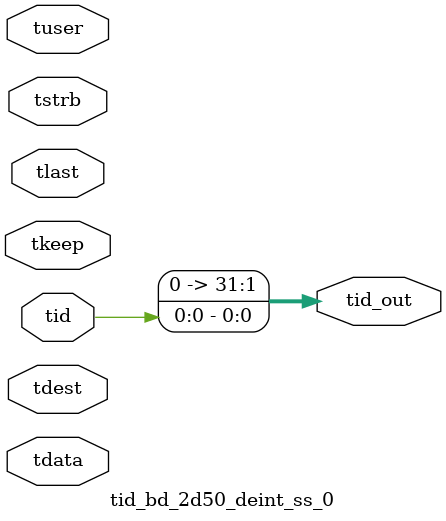
<source format=v>


`timescale 1ps/1ps

module tid_bd_2d50_deint_ss_0 #
(
parameter C_S_AXIS_TID_WIDTH   = 1,
parameter C_S_AXIS_TUSER_WIDTH = 0,
parameter C_S_AXIS_TDATA_WIDTH = 0,
parameter C_S_AXIS_TDEST_WIDTH = 0,
parameter C_M_AXIS_TID_WIDTH   = 32
)
(
input  [(C_S_AXIS_TID_WIDTH   == 0 ? 1 : C_S_AXIS_TID_WIDTH)-1:0       ] tid,
input  [(C_S_AXIS_TDATA_WIDTH == 0 ? 1 : C_S_AXIS_TDATA_WIDTH)-1:0     ] tdata,
input  [(C_S_AXIS_TUSER_WIDTH == 0 ? 1 : C_S_AXIS_TUSER_WIDTH)-1:0     ] tuser,
input  [(C_S_AXIS_TDEST_WIDTH == 0 ? 1 : C_S_AXIS_TDEST_WIDTH)-1:0     ] tdest,
input  [(C_S_AXIS_TDATA_WIDTH/8)-1:0 ] tkeep,
input  [(C_S_AXIS_TDATA_WIDTH/8)-1:0 ] tstrb,
input                                                                    tlast,
output [(C_M_AXIS_TID_WIDTH   == 0 ? 1 : C_M_AXIS_TID_WIDTH)-1:0       ] tid_out
);

assign tid_out = {tid[0:0]};

endmodule


</source>
